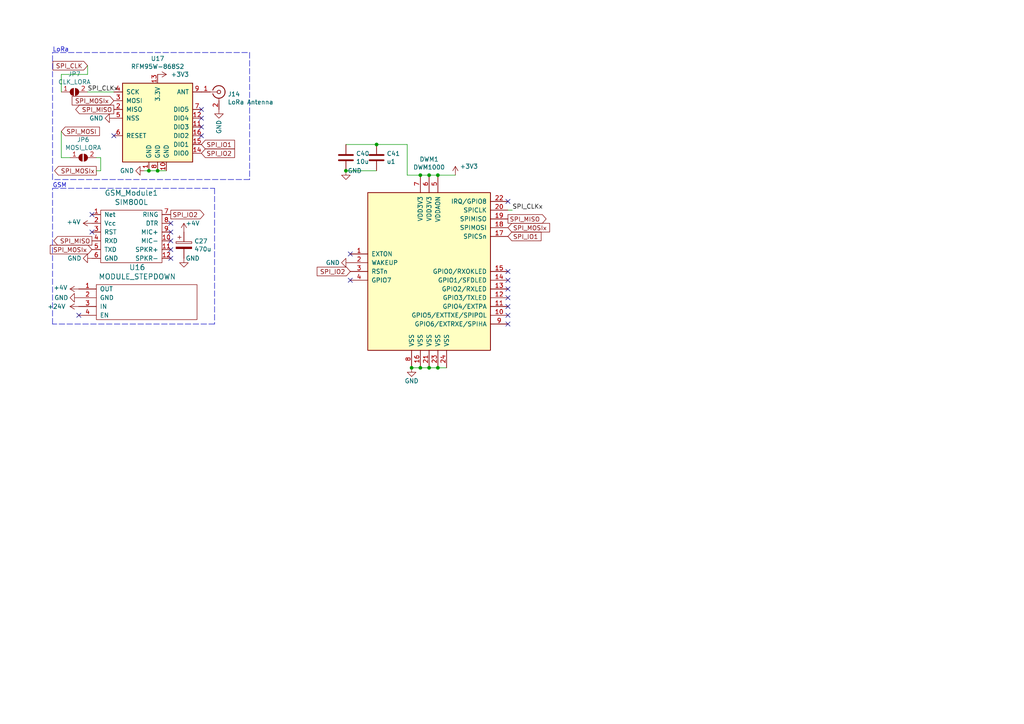
<source format=kicad_sch>
(kicad_sch (version 20211123) (generator eeschema)
  (paper "A4")
  (lib_symbols
    (symbol "Connector:Conn_Coaxial" (pin_names (offset 1.016) hide)
      (property "Reference" "J" (at 0.254 3.048 0))
      (property "Value" "Conn_Coaxial" (at 2.921 0 90))
      (symbol "Conn_Coaxial_0_1"
        (arc (start -1.778 -0.508) (mid 0.222 -1.808) (end 1.778 0) (stroke (width 0.254)))
        (polyline (pts (xy -2.54 0) (xy -0.508 0)))
        (polyline (pts (xy 0 -2.54) (xy 0 -1.778)))
        (circle (center 0 0) (radius 0.508) (stroke (width 0.2032)))
        (arc (start 1.778 0) (mid 0.222 1.8083) (end -1.778 0.508) (stroke (width 0.254)))
      )
      (symbol "Conn_Coaxial_1_1"
        (pin passive line (at -5.08 0 0) (length 2.54) (name "In") (number "1"))
        (pin passive line (at 0 -5.08 90) (length 2.54) (name "Ext") (number "2"))
      )
    )
    (symbol "Device:C" (pin_numbers hide) (pin_names (offset 0.254))
      (property "Reference" "C" (at 0.635 2.54 0))
      (property "Value" "C" (at 0.635 -2.54 0))
      (symbol "C_0_1"
        (polyline (pts (xy -2.032 -0.762) (xy 2.032 -0.762)) (stroke (width 0.508)))
        (polyline (pts (xy -2.032 0.762) (xy 2.032 0.762)) (stroke (width 0.508)))
      )
      (symbol "C_1_1"
        (pin passive line (at 0 3.81 270) (length 2.794) (name "~") (number "1"))
        (pin passive line (at 0 -3.81 90) (length 2.794) (name "~") (number "2"))
      )
    )
    (symbol "Device:CP" (pin_numbers hide) (pin_names (offset 0.254))
      (property "Reference" "C" (at 0.635 2.54 0))
      (property "Value" "Device_CP" (at 0.635 -2.54 0))
      (symbol "CP_0_1"
        (rectangle (start -2.286 0.508) (end 2.286 1.016))
        (polyline (pts (xy -1.778 2.286) (xy -0.762 2.286)))
        (polyline (pts (xy -1.27 2.794) (xy -1.27 1.778)))
        (rectangle (start 2.286 -0.508) (end -2.286 -1.016) (fill (type outline)))
      )
      (symbol "CP_1_1"
        (pin passive line (at 0 3.81 270) (length 2.794) (name "~") (number "1"))
        (pin passive line (at 0 -3.81 90) (length 2.794) (name "~") (number "2"))
      )
    )
    (symbol "Jumper:SolderJumper_2_Open" (pin_names (offset 0) hide)
      (property "Reference" "JP" (at 0 2.032 0))
      (property "Value" "SolderJumper_2_Open" (at 0 -2.54 0))
      (symbol "SolderJumper_2_Open_0_1"
        (arc (start -0.254 1.016) (mid -1.27 0) (end -0.254 -1.016))
        (arc (start -0.254 1.016) (mid -1.27 0) (end -0.254 -1.016) (fill (type outline)))
        (polyline (pts (xy -0.254 1.016) (xy -0.254 -1.016)))
        (polyline (pts (xy 0.254 1.016) (xy 0.254 -1.016)))
        (arc (start 0.254 -1.016) (mid 1.27 0) (end 0.254 1.016))
        (arc (start 0.254 -1.016) (mid 1.27 0) (end 0.254 1.016) (fill (type outline)))
      )
      (symbol "SolderJumper_2_Open_1_1"
        (pin passive line (at -3.81 0 0) (length 2.54) (name "A") (number "1"))
        (pin passive line (at 3.81 0 180) (length 2.54) (name "B") (number "2"))
      )
    )
    (symbol "RF_Module:DWM1000" (pin_names (offset 1.016))
      (property "Reference" "DWM" (at 7.62 25.4 0))
      (property "Value" "DWM1000" (at 1.27 3.81 0))
      (symbol "DWM1000_0_1"
        (rectangle (start 17.78 22.86) (end -17.78 -22.86) (stroke (width 0.254)) (fill (type background)))
      )
      (symbol "DWM1000_1_1"
        (pin output line (at -22.86 5.08 0) (length 5.08) (name "EXTON") (number "1"))
        (pin bidirectional line (at 22.86 -12.7 180) (length 5.08) (name "GPIO5/EXTTXE/SPIPOL") (number "10"))
        (pin bidirectional line (at 22.86 -10.16 180) (length 5.08) (name "GPIO4/EXTPA") (number "11"))
        (pin bidirectional line (at 22.86 -7.62 180) (length 5.08) (name "GPIO3/TXLED") (number "12"))
        (pin bidirectional line (at 22.86 -5.08 180) (length 5.08) (name "GPIO2/RXLED") (number "13"))
        (pin bidirectional line (at 22.86 -2.54 180) (length 5.08) (name "GPIO1/SFDLED") (number "14"))
        (pin bidirectional line (at 22.86 0 180) (length 5.08) (name "GPIO0/RXOKLED") (number "15"))
        (pin power_in line (at -2.54 -27.94 90) (length 5.08) (name "VSS") (number "16"))
        (pin input line (at 22.86 10.16 180) (length 5.08) (name "SPICSn") (number "17"))
        (pin input line (at 22.86 12.7 180) (length 5.08) (name "SPIMOSI") (number "18"))
        (pin output line (at 22.86 15.24 180) (length 5.08) (name "SPIMISO") (number "19"))
        (pin bidirectional line (at -22.86 2.54 0) (length 5.08) (name "WAKEUP") (number "2"))
        (pin input line (at 22.86 17.78 180) (length 5.08) (name "SPICLK") (number "20"))
        (pin power_in line (at 0 -27.94 90) (length 5.08) (name "VSS") (number "21"))
        (pin bidirectional line (at 22.86 20.32 180) (length 5.08) (name "IRQ/GPIO8") (number "22"))
        (pin power_in line (at 2.54 -27.94 90) (length 5.08) (name "VSS") (number "23"))
        (pin power_in line (at 5.08 -27.94 90) (length 5.08) (name "VSS") (number "24"))
        (pin bidirectional line (at -22.86 0 0) (length 5.08) (name "RSTn") (number "3"))
        (pin bidirectional line (at -22.86 -2.54 0) (length 5.08) (name "GPIO7") (number "4"))
        (pin power_in line (at 2.54 27.94 270) (length 5.08) (name "VDDAON") (number "5"))
        (pin power_in line (at 0 27.94 270) (length 5.08) (name "VDD3V3") (number "6"))
        (pin power_in line (at -2.54 27.94 270) (length 5.08) (name "VDD3V3") (number "7"))
        (pin power_in line (at -5.08 -27.94 90) (length 5.08) (name "VSS") (number "8"))
        (pin bidirectional line (at 22.86 -15.24 180) (length 5.08) (name "GPIO6/EXTRXE/SPIHA") (number "9"))
      )
    )
    (symbol "RF_Module:RFM95W-868S2" (pin_names (offset 1.016))
      (property "Reference" "U" (at -10.414 11.684 0))
      (property "Value" "RFM95W-868S2" (at 1.524 11.43 0))
      (symbol "RFM95W-868S2_0_1"
        (rectangle (start -10.16 10.16) (end 10.16 -12.7) (stroke (width 0.254)) (fill (type background)))
      )
      (symbol "RFM95W-868S2_1_1"
        (pin power_in line (at -2.54 -15.24 90) (length 2.54) (name "GND") (number "1"))
        (pin power_in line (at 2.54 -15.24 90) (length 2.54) (name "GND") (number "10"))
        (pin bidirectional line (at 12.7 -2.54 180) (length 2.54) (name "DIO3") (number "11"))
        (pin bidirectional line (at 12.7 0 180) (length 2.54) (name "DIO4") (number "12"))
        (pin power_in line (at 0 12.7 270) (length 2.54) (name "3.3V") (number "13"))
        (pin bidirectional line (at 12.7 -10.16 180) (length 2.54) (name "DIO0") (number "14"))
        (pin bidirectional line (at 12.7 -7.62 180) (length 2.54) (name "DIO1") (number "15"))
        (pin bidirectional line (at 12.7 -5.08 180) (length 2.54) (name "DIO2") (number "16"))
        (pin output line (at -12.7 2.54 0) (length 2.54) (name "MISO") (number "2"))
        (pin input line (at -12.7 5.08 0) (length 2.54) (name "MOSI") (number "3"))
        (pin input line (at -12.7 7.62 0) (length 2.54) (name "SCK") (number "4"))
        (pin input line (at -12.7 0 0) (length 2.54) (name "NSS") (number "5"))
        (pin bidirectional line (at -12.7 -5.08 0) (length 2.54) (name "RESET") (number "6"))
        (pin bidirectional line (at 12.7 2.54 180) (length 2.54) (name "DIO5") (number "7"))
        (pin power_in line (at 0 -15.24 90) (length 2.54) (name "GND") (number "8"))
        (pin bidirectional line (at 12.7 7.62 180) (length 2.54) (name "ANT") (number "9"))
      )
    )
    (symbol "liebler_MODULES:SIM800L" (pin_names (offset 1.016))
      (property "Reference" "GSM_Module" (at 0 12.7 0))
      (property "Value" "SIM800L" (at 0 10.16 0))
      (symbol "SIM800L_0_1"
        (rectangle (start -8.89 8.89) (end 8.89 -6.35))
      )
      (symbol "SIM800L_1_1"
        (pin output line (at -11.43 7.62 0) (length 2.54) (name "Net") (number "1"))
        (pin input line (at 11.43 0 180) (length 2.54) (name "MIC-") (number "10"))
        (pin output line (at 11.43 -2.54 180) (length 2.54) (name "SPKR+") (number "11"))
        (pin output line (at 11.43 -5.08 180) (length 2.54) (name "SPKR-") (number "12"))
        (pin power_in line (at -11.43 5.08 0) (length 2.54) (name "Vcc") (number "2"))
        (pin input line (at -11.43 2.54 0) (length 2.54) (name "RST") (number "3"))
        (pin input line (at -11.43 0 0) (length 2.54) (name "RXD") (number "4"))
        (pin output line (at -11.43 -2.54 0) (length 2.54) (name "TXD") (number "5"))
        (pin power_in line (at -11.43 -5.08 0) (length 2.54) (name "GND") (number "6"))
        (pin output line (at 11.43 7.62 180) (length 2.54) (name "RING") (number "7"))
        (pin output line (at 11.43 5.08 180) (length 2.54) (name "DTR") (number "8"))
        (pin input line (at 11.43 2.54 180) (length 2.54) (name "MIC+") (number "9"))
      )
    )
    (symbol "power:+24V" (power) (pin_names (offset 0))
      (property "Value" "+24V" (at 0 3.556 0))
      (symbol "+24V_0_1"
        (polyline (pts (xy -0.762 1.27) (xy 0 2.54)))
        (polyline (pts (xy 0 0) (xy 0 2.54)))
        (polyline (pts (xy 0 2.54) (xy 0.762 1.27)))
      )
      (symbol "+24V_1_1"
        (pin power_in line (at 0 0 90) (length 0) hide (name "+24V") (number "1"))
      )
    )
    (symbol "power:+3V3" (power) (pin_names (offset 0))
      (property "Value" "+3V3" (at 0 3.556 0))
      (symbol "+3V3_0_1"
        (polyline (pts (xy -0.762 1.27) (xy 0 2.54)))
        (polyline (pts (xy 0 0) (xy 0 2.54)))
        (polyline (pts (xy 0 2.54) (xy 0.762 1.27)))
      )
      (symbol "+3V3_1_1"
        (pin power_in line (at 0 0 90) (length 0) hide (name "+3V3") (number "1"))
      )
    )
    (symbol "power:+4V" (power) (pin_names (offset 0))
      (property "Value" "+4V" (at 0 3.556 0))
      (symbol "+4V_0_1"
        (polyline (pts (xy -0.762 1.27) (xy 0 2.54)))
        (polyline (pts (xy 0 0) (xy 0 2.54)))
        (polyline (pts (xy 0 2.54) (xy 0.762 1.27)))
      )
      (symbol "+4V_1_1"
        (pin power_in line (at 0 0 90) (length 0) hide (name "+4V") (number "1"))
      )
    )
    (symbol "power:GND" (power) (pin_names (offset 0))
      (property "Value" "GND" (at 0 -3.81 0))
      (symbol "GND_0_1"
        (polyline (pts (xy 0 0) (xy 0 -1.27) (xy 1.27 -1.27) (xy 0 -2.54) (xy -1.27 -1.27) (xy 0 -1.27)))
      )
      (symbol "GND_1_1"
        (pin power_in line (at 0 0 270) (length 0) hide (name "GND") (number "1"))
      )
    )
    (symbol "sensact:MODULE_STEPDOWN" (pin_names (offset 1.016))
      (property "Reference" "U" (at 5.08 1.27 0))
      (property "Value" "sensact_MODULE_STEPDOWN" (at 5.08 -1.27 0))
      (symbol "MODULE_STEPDOWN_0_1"
        (rectangle (start -1.27 5.08) (end 27.94 -5.08))
      )
      (symbol "MODULE_STEPDOWN_1_1"
        (pin power_out line (at -6.35 3.81 0) (length 5.08) (name "OUT") (number "1"))
        (pin passive line (at -6.35 1.27 0) (length 5.08) (name "GND") (number "2"))
        (pin power_in line (at -6.35 -1.27 0) (length 5.08) (name "IN") (number "3"))
        (pin input line (at -6.35 -3.81 0) (length 5.08) (name "EN") (number "4"))
      )
    )
  )
  (junction (at 109.22 41.91))
  (junction (at 45.72 49.53))
  (junction (at 121.92 50.8))
  (junction (at 124.46 50.8))
  (junction (at 100.33 49.53))
  (junction (at 119.38 106.68))
  (junction (at 121.92 106.68))
  (junction (at 43.18 49.53))
  (junction (at 127 106.68))
  (junction (at 124.46 106.68))
  (junction (at 127 50.8))
  (no_connect (at 58.42 34.29))
  (no_connect (at 49.53 74.93))
  (no_connect (at 49.53 67.31))
  (no_connect (at 147.32 58.42))
  (no_connect (at 49.53 64.77))
  (no_connect (at 147.32 86.36))
  (no_connect (at 147.32 88.9))
  (no_connect (at 58.42 31.75))
  (no_connect (at 101.6 81.28))
  (no_connect (at 26.67 67.31))
  (no_connect (at 147.32 78.74))
  (no_connect (at 58.42 36.83))
  (no_connect (at 147.32 93.98))
  (no_connect (at 147.32 81.28))
  (no_connect (at 22.86 91.44))
  (no_connect (at 33.02 39.37))
  (no_connect (at 26.67 62.23))
  (no_connect (at 147.32 91.44))
  (no_connect (at 147.32 83.82))
  (no_connect (at 58.42 39.37))
  (no_connect (at 101.6 73.66))
  (no_connect (at 49.53 72.39))
  (no_connect (at 49.53 69.85))
  (wire (pts (xy 25.4 26.67) (xy 33.02 26.67)))
  (wire (pts (xy 48.26 49.53) (xy 45.72 49.53)))
  (wire (pts (xy 25.4 21.59) (xy 17.78 21.59)))
  (wire (pts (xy 27.94 45.72) (xy 29.21 45.72)))
  (wire (pts (xy 127 50.8) (xy 132.08 50.8)))
  (polyline (pts (xy 15.24 54.61) (xy 62.23 54.61)))
  (wire (pts (xy 121.92 50.8) (xy 124.46 50.8)))
  (polyline (pts (xy 15.24 52.07) (xy 15.24 15.24)))
  (polyline (pts (xy 62.23 93.98) (xy 15.24 93.98)))
  (wire (pts (xy 25.4 19.05) (xy 25.4 21.59)))
  (wire (pts (xy 127 106.68) (xy 124.46 106.68)))
  (wire (pts (xy 124.46 50.8) (xy 127 50.8)))
  (polyline (pts (xy 15.24 15.24) (xy 72.39 15.24)))
  (wire (pts (xy 100.33 41.91) (xy 109.22 41.91)))
  (wire (pts (xy 118.11 50.8) (xy 118.11 41.91)))
  (polyline (pts (xy 72.39 15.24) (xy 72.39 52.07)))
  (wire (pts (xy 29.21 45.72) (xy 29.21 49.53)))
  (wire (pts (xy 147.32 60.96) (xy 148.59 60.96)))
  (polyline (pts (xy 62.23 54.61) (xy 62.23 93.98)))
  (wire (pts (xy 118.11 41.91) (xy 109.22 41.91)))
  (wire (pts (xy 17.78 21.59) (xy 17.78 26.67)))
  (polyline (pts (xy 72.39 52.07) (xy 15.24 52.07)))
  (wire (pts (xy 129.54 106.68) (xy 127 106.68)))
  (wire (pts (xy 43.18 49.53) (xy 41.91 49.53)))
  (wire (pts (xy 100.33 49.53) (xy 109.22 49.53)))
  (wire (pts (xy 121.92 106.68) (xy 119.38 106.68)))
  (wire (pts (xy 17.78 45.72) (xy 20.32 45.72)))
  (polyline (pts (xy 15.24 93.98) (xy 15.24 54.61)))
  (wire (pts (xy 124.46 106.68) (xy 121.92 106.68)))
  (wire (pts (xy 29.21 49.53) (xy 27.94 49.53)))
  (wire (pts (xy 17.78 38.1) (xy 17.78 45.72)))
  (wire (pts (xy 121.92 50.8) (xy 118.11 50.8)))
  (wire (pts (xy 45.72 49.53) (xy 43.18 49.53)))
  (text "LoRa" (at 15.24 15.24 0) (effects (font (size 1.27 1.27)) (justify left bottom)))
  (text "GSM" (at 15.24 54.61 0) (effects (font (size 1.27 1.27)) (justify left bottom)))
  (label "SPI_CLKx" (at 148.59 60.96 0))
  (label "SPI_CLKx" (at 25.4 26.67 0))
  (global_label "SPI_IO2" (shape input) (at 58.42 44.45 0) (property "Intersheet References" "${INTERSHEET_REFS}" (effects hide)))
  (global_label "SPI_MOSIx" (shape input) (at 147.32 66.04 0) (property "Intersheet References" "${INTERSHEET_REFS}" (effects hide)))
  (global_label "SPI_IO2" (shape input) (at 101.6 78.74 180) (property "Intersheet References" "${INTERSHEET_REFS}" (effects hide)))
  (global_label "SPI_MOSI" (shape input) (at 17.78 38.1 0) (property "Intersheet References" "${INTERSHEET_REFS}" (effects hide)))
  (global_label "SPI_MISO" (shape output) (at 33.02 31.75 180) (property "Intersheet References" "${INTERSHEET_REFS}" (effects hide)))
  (global_label "SPI_IO2" (shape output) (at 49.53 62.23 0) (property "Intersheet References" "${INTERSHEET_REFS}" (effects hide)))
  (global_label "SPI_IO1" (shape input) (at 58.42 41.91 0) (property "Intersheet References" "${INTERSHEET_REFS}" (effects hide)))
  (global_label "SPI_CLK" (shape input) (at 25.4 19.05 180) (property "Intersheet References" "${INTERSHEET_REFS}" (effects hide)))
  (global_label "SPI_MOSIx" (shape input) (at 26.67 72.39 180) (property "Intersheet References" "${INTERSHEET_REFS}" (effects hide)))
  (global_label "SPI_MISO" (shape output) (at 147.32 63.5 0) (property "Intersheet References" "${INTERSHEET_REFS}" (effects hide)))
  (global_label "SPI_MOSIx" (shape input) (at 33.02 29.21 180) (property "Intersheet References" "${INTERSHEET_REFS}" (effects hide)))
  (global_label "SPI_IO1" (shape input) (at 147.32 68.58 0) (property "Intersheet References" "${INTERSHEET_REFS}" (effects hide)))
  (global_label "SPI_MISO" (shape output) (at 26.67 69.85 180) (property "Intersheet References" "${INTERSHEET_REFS}" (effects hide)))
  (global_label "SPI_MOSIx" (shape output) (at 27.94 49.53 180) (property "Intersheet References" "${INTERSHEET_REFS}" (effects hide)))
  (symbol (lib_id "Device:C") (at 109.22 45.72 0) (unit 1)
    (property "Reference" "C41" (at 112.141 44.5516 0) (effects (justify left)))
    (property "Value" "u1" (at 112.141 46.863 0) (effects (justify left)))
    (property "Footprint" "Capacitor_SMD:C_0805_2012Metric_Pad1.18x1.45mm_HandSolder" (effects hide))
  )
  (symbol (lib_id "Device:C") (at 100.33 45.72 0) (unit 1)
    (property "Reference" "C40" (at 103.251 44.5516 0) (effects (justify left)))
    (property "Value" "10u" (at 103.251 46.863 0) (effects (justify left)))
    (property "Footprint" "Capacitor_SMD:C_0805_2012Metric_Pad1.18x1.45mm_HandSolder" (effects hide))
  )
  (symbol (lib_id "power:GND") (at 100.33 49.53 0) (unit 1)
    (property "Reference" "#PWR055" (effects hide))
    (property "Value" "GND" (at 102.87 49.53 0))
  )
  (symbol (lib_id "RF_Module:DWM1000") (at 124.46 78.74 0) (unit 1)
    (property "Reference" "DWM1" (at 124.46 46.2026 0))
    (property "Value" "DWM1000" (at 124.46 48.514 0))
    (property "Footprint" "RF_Module:DWM1000" (effects hide))
    (property "Datasheet" "https://www.decawave.com/sites/default/files/resources/dwm1000-datasheet-v1.3.pdf" (effects hide))
  )
  (symbol (lib_id "power:+3V3") (at 132.08 50.8 0) (unit 1)
    (property "Reference" "#PWR0136" (effects hide))
    (property "Value" "+3V3" (at 133.35 48.26 0) (effects (justify left)))
  )
  (symbol (lib_id "power:GND") (at 119.38 106.68 0) (unit 1)
    (property "Reference" "#PWR0137" (effects hide))
    (property "Value" "GND" (at 119.38 110.49 0))
  )
  (symbol (lib_id "power:GND") (at 101.6 76.2 270) (unit 1)
    (property "Reference" "#PWR0139" (effects hide))
    (property "Value" "GND" (at 96.52 76.2 90))
  )
  (symbol (lib_id "RF_Module:RFM95W-868S2") (at 45.72 34.29 0) (unit 1)
    (property "Reference" "U17" (at 45.72 16.9926 0))
    (property "Value" "RFM95W-868S2" (at 45.72 19.304 0))
    (property "Footprint" "RF_Module:HOPERF_RFM9XW_SMD" (effects hide))
    (property "Datasheet" "https://www.hoperf.com/data/upload/portal/20181127/5bfcbea20e9ef.pdf" (effects hide))
  )
  (symbol (lib_id "Jumper:SolderJumper_2_Open") (at 21.59 26.67 0) (unit 1)
    (property "Reference" "JP7" (at 21.59 21.463 0))
    (property "Value" "CLK_LORA" (at 21.59 23.7744 0))
    (property "Footprint" "Jumper:SolderJumper-2_P1.3mm_Open_RoundedPad1.0x1.5mm" (effects hide))
  )
  (symbol (lib_id "power:GND") (at 33.02 34.29 270) (unit 1)
    (property "Reference" "#PWR0208" (effects hide))
    (property "Value" "GND" (at 27.94 34.29 90))
  )
  (symbol (lib_id "Connector:Conn_Coaxial") (at 63.5 26.67 0) (unit 1)
    (property "Reference" "J14" (at 66.04 27.305 0) (effects (justify left)))
    (property "Value" "LoRa Antenna" (at 66.04 29.6164 0) (effects (justify left)))
    (property "Footprint" "Connector_Coaxial:SMA_Samtec_SMA-J-P-X-ST-EM1_EdgeMount" (effects hide))
    (property "Datasheet" " ~" (effects hide))
  )
  (symbol (lib_id "power:GND") (at 63.5 31.75 0) (unit 1)
    (property "Reference" "#PWR0209" (effects hide))
    (property "Value" "GND" (at 63.5 36.83 90))
  )
  (symbol (lib_id "power:GND") (at 41.91 49.53 270) (unit 1)
    (property "Reference" "#PWR0210" (effects hide))
    (property "Value" "GND" (at 36.83 49.53 90))
  )
  (symbol (lib_id "Jumper:SolderJumper_2_Open") (at 24.13 45.72 0) (unit 1)
    (property "Reference" "JP6" (at 24.13 40.513 0))
    (property "Value" "MOSI_LORA" (at 24.13 42.8244 0))
    (property "Footprint" "Jumper:SolderJumper-2_P1.3mm_Open_RoundedPad1.0x1.5mm" (effects hide))
  )
  (symbol (lib_id "power:+3V3") (at 45.72 21.59 270) (unit 1)
    (property "Reference" "#PWR0211" (effects hide))
    (property "Value" "+3V3" (at 49.53 21.59 90) (effects (justify left)))
  )
  (symbol (lib_id "liebler_MODULES:SIM800L") (at 38.1 69.85 0) (unit 1)
    (property "Reference" "GSM_Module1" (at 38.1 55.9562 0) (effects (font (size 1.524 1.524))))
    (property "Value" "SIM800L" (at 38.1 58.6486 0) (effects (font (size 1.524 1.524))))
    (property "Footprint" "liebler_MODULES:SIM800L" (effects hide))
  )
  (symbol (lib_id "sensact:MODULE_STEPDOWN") (at 29.21 87.63 0) (unit 1)
    (property "Reference" "U16" (at 39.8018 77.5462 0) (effects (font (size 1.524 1.524))))
    (property "Value" "MODULE_STEPDOWN" (at 39.8018 80.2386 0) (effects (font (size 1.524 1.524))))
    (property "Footprint" "liebler_MODULES:MODULE_STEPDOWN" (effects hide))
  )
  (symbol (lib_id "power:+4V") (at 22.86 83.82 90) (unit 1)
    (property "Reference" "#PWR0212" (effects hide))
    (property "Value" "+4V" (at 19.6088 83.439 90) (effects (justify left)))
  )
  (symbol (lib_id "power:+4V") (at 26.67 64.77 90) (unit 1)
    (property "Reference" "#PWR0213" (effects hide))
    (property "Value" "+4V" (at 23.4188 64.389 90) (effects (justify left)))
  )
  (symbol (lib_id "Device:CP") (at 53.34 71.12 0) (unit 1)
    (property "Reference" "C27" (at 56.3372 69.9516 0) (effects (justify left)))
    (property "Value" "470u" (at 56.3372 72.263 0) (effects (justify left)))
    (property "Footprint" "Capacitor_THT:CP_Radial_D8.0mm_P3.50mm" (effects hide))
  )
  (symbol (lib_id "power:+4V") (at 53.34 67.31 0) (unit 1)
    (property "Reference" "#PWR0214" (effects hide))
    (property "Value" "+4V" (at 55.88 64.77 0))
  )
  (symbol (lib_id "power:GND") (at 53.34 74.93 0) (unit 1)
    (property "Reference" "#PWR0215" (effects hide))
    (property "Value" "GND" (at 55.88 74.93 0))
  )
  (symbol (lib_id "power:GND") (at 26.67 74.93 270) (unit 1)
    (property "Reference" "#PWR0216" (effects hide))
    (property "Value" "GND" (at 21.59 74.93 90))
  )
  (symbol (lib_id "power:+24V") (at 22.86 88.9 90) (unit 1)
    (property "Reference" "#PWR0177" (effects hide))
    (property "Value" "+24V" (at 19.05 88.8999 90) (effects (justify left)))
  )
  (symbol (lib_id "power:GND") (at 22.86 86.36 270) (unit 1)
    (property "Reference" "#PWR0176" (effects hide))
    (property "Value" "GND" (at 17.78 86.36 90))
  )
)
</source>
